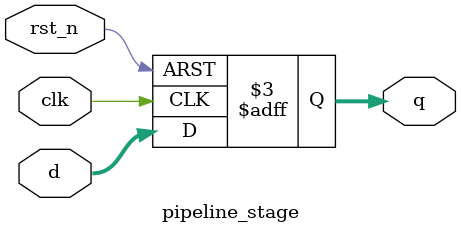
<source format=v>
module pipeline_stage (
    input wire clk,
    input wire rst_n,
    input wire [31:0]d,
    output reg [31:0]q
);

always @(posedge clk or negedge rst_n) begin
    if (!rst_n) begin
        q <= 32'b0;
    end else begin
        q <= d;
    end
end

endmodule
//--------------------------------------------

</source>
